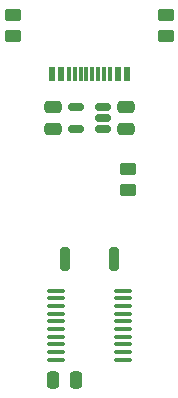
<source format=gbr>
%TF.GenerationSoftware,KiCad,Pcbnew,8.0.3*%
%TF.CreationDate,2024-08-17T22:20:39+01:00*%
%TF.ProjectId,TSSOP_Board,5453534f-505f-4426-9f61-72642e6b6963,rev?*%
%TF.SameCoordinates,Original*%
%TF.FileFunction,Paste,Top*%
%TF.FilePolarity,Positive*%
%FSLAX46Y46*%
G04 Gerber Fmt 4.6, Leading zero omitted, Abs format (unit mm)*
G04 Created by KiCad (PCBNEW 8.0.3) date 2024-08-17 22:20:39*
%MOMM*%
%LPD*%
G01*
G04 APERTURE LIST*
G04 Aperture macros list*
%AMRoundRect*
0 Rectangle with rounded corners*
0 $1 Rounding radius*
0 $2 $3 $4 $5 $6 $7 $8 $9 X,Y pos of 4 corners*
0 Add a 4 corners polygon primitive as box body*
4,1,4,$2,$3,$4,$5,$6,$7,$8,$9,$2,$3,0*
0 Add four circle primitives for the rounded corners*
1,1,$1+$1,$2,$3*
1,1,$1+$1,$4,$5*
1,1,$1+$1,$6,$7*
1,1,$1+$1,$8,$9*
0 Add four rect primitives between the rounded corners*
20,1,$1+$1,$2,$3,$4,$5,0*
20,1,$1+$1,$4,$5,$6,$7,0*
20,1,$1+$1,$6,$7,$8,$9,0*
20,1,$1+$1,$8,$9,$2,$3,0*%
G04 Aperture macros list end*
%ADD10RoundRect,0.150000X0.512500X0.150000X-0.512500X0.150000X-0.512500X-0.150000X0.512500X-0.150000X0*%
%ADD11RoundRect,0.250000X0.250000X0.475000X-0.250000X0.475000X-0.250000X-0.475000X0.250000X-0.475000X0*%
%ADD12RoundRect,0.200000X-0.200000X-0.800000X0.200000X-0.800000X0.200000X0.800000X-0.200000X0.800000X0*%
%ADD13RoundRect,0.250000X-0.450000X0.262500X-0.450000X-0.262500X0.450000X-0.262500X0.450000X0.262500X0*%
%ADD14RoundRect,0.250000X0.450000X-0.262500X0.450000X0.262500X-0.450000X0.262500X-0.450000X-0.262500X0*%
%ADD15R,0.600000X1.240000*%
%ADD16R,0.300000X1.240000*%
%ADD17RoundRect,0.250000X-0.475000X0.250000X-0.475000X-0.250000X0.475000X-0.250000X0.475000X0.250000X0*%
%ADD18RoundRect,0.250000X0.475000X-0.250000X0.475000X0.250000X-0.475000X0.250000X-0.475000X-0.250000X0*%
%ADD19RoundRect,0.100000X-0.637500X-0.100000X0.637500X-0.100000X0.637500X0.100000X-0.637500X0.100000X0*%
G04 APERTURE END LIST*
D10*
%TO.C,U1*%
X119247500Y-57083999D03*
X119247500Y-56134000D03*
X119247500Y-55184001D03*
X116972500Y-55184001D03*
X116972500Y-57083999D03*
%TD*%
D11*
%TO.C,C3*%
X116949999Y-78300000D03*
X115050001Y-78300000D03*
%TD*%
D12*
%TO.C,SW1*%
X116010000Y-68072000D03*
X120210000Y-68072000D03*
%TD*%
D13*
%TO.C,R3*%
X121412000Y-60405000D03*
X121412000Y-62230000D03*
%TD*%
D14*
%TO.C,R1*%
X124600000Y-49215000D03*
X124600000Y-47390000D03*
%TD*%
%TO.C,R2*%
X111600000Y-49215000D03*
X111600000Y-47390000D03*
%TD*%
D15*
%TO.C,J1*%
X121310000Y-52400000D03*
X120510000Y-52400000D03*
D16*
X119360000Y-52400000D03*
X118360000Y-52400000D03*
X117860000Y-52400000D03*
X116860000Y-52400000D03*
D15*
X115710000Y-52400000D03*
X114910000Y-52400000D03*
X114910000Y-52400000D03*
X115710000Y-52400000D03*
D16*
X116360000Y-52400000D03*
X117360000Y-52400000D03*
X118860000Y-52400000D03*
X119860000Y-52400000D03*
D15*
X120510000Y-52400000D03*
X121310000Y-52400000D03*
%TD*%
D17*
%TO.C,C1*%
X121210000Y-55184001D03*
X121210000Y-57083999D03*
%TD*%
D18*
%TO.C,C2*%
X115010000Y-57083999D03*
X115010000Y-55184001D03*
%TD*%
D19*
%TO.C,U2*%
X115247500Y-70735000D03*
X115247500Y-71385000D03*
X115247500Y-72035000D03*
X115247500Y-72685000D03*
X115247500Y-73335000D03*
X115247500Y-73985000D03*
X115247500Y-74635000D03*
X115247500Y-75285000D03*
X115247500Y-75935000D03*
X115247500Y-76585000D03*
X120972500Y-76585000D03*
X120972500Y-75935000D03*
X120972500Y-75285000D03*
X120972500Y-74635000D03*
X120972500Y-73985000D03*
X120972500Y-73335000D03*
X120972500Y-72685000D03*
X120972500Y-72035000D03*
X120972500Y-71385000D03*
X120972500Y-70735000D03*
%TD*%
M02*

</source>
